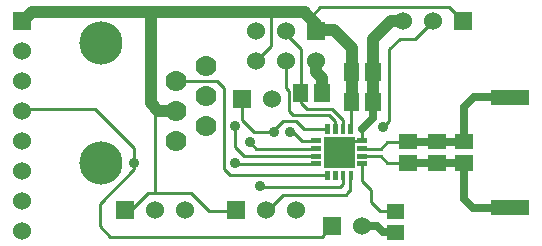
<source format=gbr>
G04 start of page 2 for group 0 idx 0 *
G04 Title: (unknown), component *
G04 Creator: pcb 20110918 *
G04 CreationDate: Sun 25 Aug 2013 09:48:42 PM GMT UTC *
G04 For: ndholmes *
G04 Format: Gerber/RS-274X *
G04 PCB-Dimensions: 180000 82000 *
G04 PCB-Coordinate-Origin: lower left *
%MOIN*%
%FSLAX25Y25*%
%LNTOP*%
%ADD26C,0.1280*%
%ADD25C,0.0380*%
%ADD24C,0.0300*%
%ADD23C,0.0200*%
%ADD22C,0.0360*%
%ADD21R,0.0146X0.0146*%
%ADD20R,0.0160X0.0160*%
%ADD19R,0.0510X0.0510*%
%ADD18R,0.0512X0.0512*%
%ADD17C,0.1440*%
%ADD16C,0.0600*%
%ADD15C,0.0001*%
%ADD14C,0.0700*%
%ADD13C,0.0100*%
%ADD12C,0.0250*%
%ADD11C,0.0400*%
G54D11*X6500Y76000D02*X7000D01*
G54D12*X135250Y28662D02*X153750D01*
Y35662D02*X135250D01*
X153750Y28662D02*Y16662D01*
Y35662D02*Y47162D01*
X157250Y50662D01*
X171250D01*
X153750Y16662D02*X156750Y13662D01*
X168250D01*
G54D13*X120000Y33441D02*X126029D01*
X128250Y35662D01*
X134750D01*
X120000Y30883D02*X126029D01*
X128250Y28662D01*
X135750D01*
X120000Y28324D02*Y22500D01*
X123000Y19500D01*
Y15500D01*
X126000Y12500D01*
X131500D01*
G54D12*X120000Y7500D02*X125000D01*
X127000Y5500D01*
X130500D01*
G54D13*X115000Y18500D02*X116000Y19500D01*
X93500Y18000D02*X114500D01*
X116000Y19500D01*
Y24324D01*
X116088Y24412D01*
X113529D02*Y21529D01*
X112500Y20500D01*
X120000Y36000D02*X116088D01*
X112250Y32162D01*
X120000Y36000D02*Y39912D01*
G54D12*Y40000D01*
G54D11*X123500Y59000D02*Y49043D01*
X123543Y49000D01*
G54D12*X120000Y40000D02*X123500Y43500D01*
Y48500D01*
G54D11*X116500Y58543D02*X116457Y58500D01*
G54D13*X129000Y44000D02*Y66500D01*
Y42500D02*Y44500D01*
X127000Y40500D02*X129000Y42500D01*
X116088Y39912D02*Y49043D01*
X116207Y49162D01*
G54D11*X116457Y59000D02*Y49000D01*
G54D13*X113529Y39912D02*Y42971D01*
X112000Y44500D01*
X111000Y42500D02*Y39941D01*
X110971Y39912D01*
X109000Y44500D02*X111000Y42500D01*
X101500Y46500D02*X110000D01*
X112500Y44000D01*
X99000Y44500D02*X109000D01*
X108412Y39912D02*X100588D01*
X99250Y41250D01*
G54D11*X104500Y59000D02*X106500Y57000D01*
Y52043D01*
X106543Y52000D01*
G54D13*X97000Y44500D02*X100500D01*
G54D11*X104500Y63000D02*Y59000D01*
Y73000D02*X110500D01*
X116500Y67000D01*
Y58543D01*
X104500Y73000D02*Y75000D01*
X123500Y58500D02*Y70000D01*
G54D12*X132500Y75000D02*X133500Y76000D01*
G54D13*X106000Y80500D02*X149000D01*
G54D11*X129500Y76000D02*X134000D01*
G54D13*X149000Y80500D02*X153500Y76000D01*
X129000Y66500D02*X132500Y70000D01*
G54D11*X123500D02*X129500Y76000D01*
G54D13*X132500Y70000D02*X137500D01*
X143500Y76000D01*
X74000Y53500D02*Y26500D01*
X76000Y24500D01*
X77500Y34000D02*Y41000D01*
X80000Y50000D02*Y43000D01*
X84000Y39000D01*
G54D11*X12500Y79000D02*X101000D01*
X7000Y76000D02*X10000Y79000D01*
X15500D01*
X104500Y75000D02*X100500Y79000D01*
X77500D01*
G54D13*X102500Y77000D02*X106000Y80500D01*
X99457Y52000D02*Y48543D01*
X99500Y66500D02*Y51586D01*
X99457Y51543D01*
X94500Y73000D02*Y71500D01*
X89500Y67500D02*Y79000D01*
X94500Y71500D02*X99500Y66500D01*
X84500Y63000D02*X85000D01*
X89500Y67500D01*
G54D11*X49500Y79000D02*Y48500D01*
G54D13*X58000Y56000D02*X71500D01*
X74000Y53500D01*
X94500Y62500D02*Y53500D01*
X96500Y39000D02*X97000D01*
X100000Y36000D01*
X104500D01*
X108324Y24500D02*X108412Y24412D01*
X76000Y24500D02*X108324D01*
X104500Y30883D02*X80617D01*
X77500Y34000D01*
X104500Y33441D02*X84559D01*
X104500Y28324D02*X77676D01*
X88500Y13000D02*X93500Y18000D01*
X77676Y28324D02*X77500Y28500D01*
X112500Y20500D02*X86000D01*
X41000Y13000D02*X43000D01*
X48500Y18500D01*
X63000D01*
X36000Y4000D02*X106500D01*
X110000Y7500D01*
X84559Y33441D02*X82500Y35500D01*
X63000Y18500D02*X69000Y12500D01*
X77500D01*
X88000Y13000D02*X88500D01*
X51000Y27500D02*Y18500D01*
Y27000D02*Y43000D01*
X44000Y33500D02*Y26500D01*
X32500Y15000D01*
Y7500D01*
X36000Y4000D01*
X99457Y48543D02*X101500Y46500D01*
X31000D02*X7000D01*
X6500Y46000D01*
G54D11*X49500Y48500D02*X52000Y46000D01*
X58000D01*
G54D13*X44000Y33500D02*X31000Y46500D01*
X51000Y42500D02*Y46500D01*
X90500Y39000D02*Y39500D01*
X93500Y42500D01*
X84000Y39000D02*X90500D01*
X93500Y42500D02*X98000D01*
X99750Y40750D01*
X94500Y53500D02*X95500Y52500D01*
Y46000D01*
X97000Y44500D01*
G54D14*X68000Y61000D03*
X58000Y56000D03*
Y46000D03*
Y36000D03*
X68000Y51000D03*
Y41000D03*
G54D15*G36*
X77000Y53000D02*Y47000D01*
X83000D01*
Y53000D01*
X77000D01*
G37*
G54D16*X90000Y50000D03*
G54D15*G36*
X101500Y75500D02*Y69500D01*
X107500D01*
Y75500D01*
X101500D01*
G37*
G54D16*X94500Y72500D03*
X84500D03*
X104500Y62500D03*
X94500D03*
X84500D03*
G54D15*G36*
X150500Y79000D02*Y73000D01*
X156500D01*
Y79000D01*
X150500D01*
G37*
G54D16*X143500Y76000D03*
X133500D03*
X6500Y46000D03*
Y36000D03*
Y26000D03*
Y16000D03*
G54D17*X33000Y28500D03*
G54D15*G36*
X3500Y79000D02*Y73000D01*
X9500D01*
Y79000D01*
X3500D01*
G37*
G54D16*X6500Y66000D03*
Y56000D03*
G54D17*X33000Y68500D03*
G54D16*X6500Y6000D03*
G54D15*G36*
X38000Y16000D02*Y10000D01*
X44000D01*
Y16000D01*
X38000D01*
G37*
G54D16*X51000Y13000D03*
X61000D03*
G54D15*G36*
X75000Y16000D02*Y10000D01*
X81000D01*
Y16000D01*
X75000D01*
G37*
G54D16*X88000Y13000D03*
X98000D03*
G54D15*G36*
X107000Y10500D02*Y4500D01*
X113000D01*
Y10500D01*
X107000D01*
G37*
G54D16*X120000Y7500D03*
G54D18*X134857Y35705D02*X135643D01*
X134857Y28619D02*X135643D01*
X144357Y35705D02*X145143D01*
X144357Y28619D02*X145143D01*
X153357Y35705D02*X154143D01*
X153357Y28619D02*X154143D01*
G54D19*X165500Y50462D02*X173000D01*
X165500Y13862D02*X173000D01*
G54D18*X130607Y5457D02*X131393D01*
X130607Y12543D02*X131393D01*
G54D20*X119150Y28324D02*X120850D01*
X119150Y30883D02*X120850D01*
X119150Y33441D02*X120850D01*
X119150Y36000D02*X120850D01*
X116088Y40762D02*Y39062D01*
G54D21*Y25262D02*Y23562D01*
G54D18*X123543Y59393D02*Y58607D01*
X116457Y59393D02*Y58607D01*
X123543Y49393D02*Y48607D01*
X116457Y49393D02*Y48607D01*
G54D20*X113529Y40762D02*Y39062D01*
X110971Y40762D02*Y39062D01*
G54D18*X106543Y52393D02*Y51607D01*
X99457Y52393D02*Y51607D01*
G54D20*X108412Y40762D02*Y39062D01*
G54D21*Y25262D02*Y23562D01*
X110971Y25262D02*Y23562D01*
X113529Y25262D02*Y23562D01*
G54D15*G36*
X107100Y37312D02*Y27012D01*
X117400D01*
Y37312D01*
X107100D01*
G37*
G54D20*X103650Y36000D02*X105350D01*
X103650Y33441D02*X105350D01*
X103650Y30883D02*X105350D01*
X103650Y28324D02*X105350D01*
G54D22*X82500Y35500D03*
X77500Y41000D03*
Y28500D03*
X44000D03*
X90500Y39000D03*
X123500Y70000D03*
Y65000D03*
X96000Y39000D03*
X127000Y40500D03*
X86000Y21000D03*
G54D23*G54D24*G54D25*G54D26*G54D25*G54D26*G54D25*M02*

</source>
